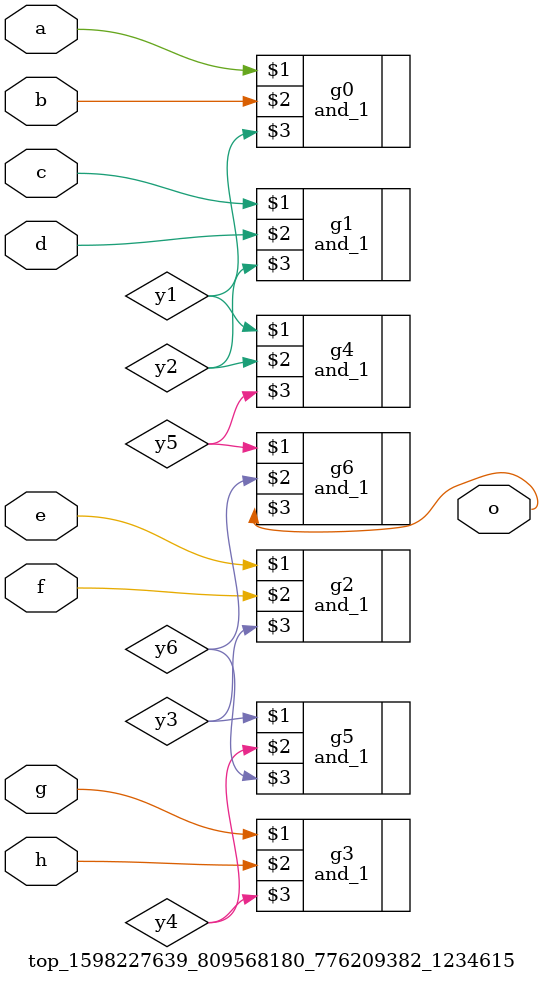
<source format=v>
module top_1598227639_809568180_776209382_1234615 (a, b, c, d, e, f, g, h, o);
 input a, b, c, d, e, f, g, h;
 output o;
 and_1 g0(a,b,y1);
 and_1 g1(c,d,y2);
 and_1 g2(e,f,y3);
 and_1 g3(g,h,y4);
 and_1 g4(y1,y2,y5);
 and_1 g5(y3,y4,y6);
 and_1 g6(y5,y6,o);
endmodule

</source>
